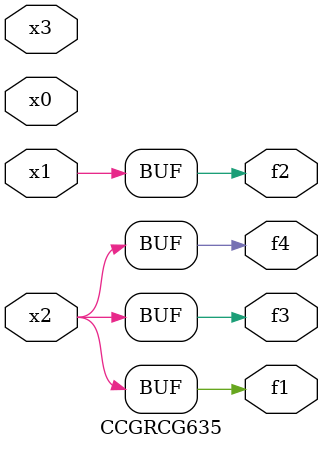
<source format=v>
module CCGRCG635(
	input x0, x1, x2, x3,
	output f1, f2, f3, f4
);
	assign f1 = x2;
	assign f2 = x1;
	assign f3 = x2;
	assign f4 = x2;
endmodule

</source>
